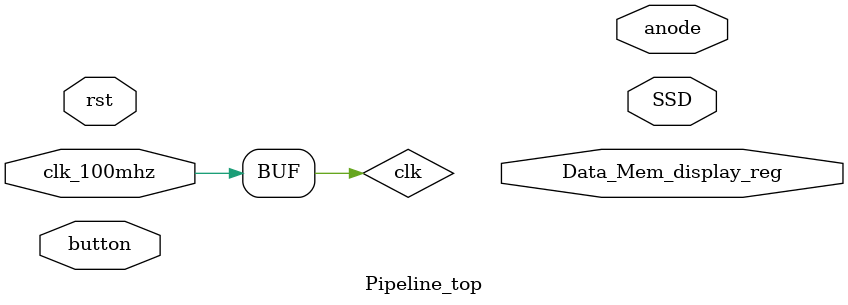
<source format=v>


//        http://www.apache.org/licenses/LICENSE-2.0

//    Unless required by applicable law or agreed to in writing, software
//    distributed under the License is distributed on an "AS IS" BASIS,
//    WITHOUT WARRANTIES OR CONDITIONS OF ANY KIND, either express or implied.
//    See the License for the specific language governing permissions and
//    limitations under the License.

`include "Fetch_Cycle.v"
`include "Decode_Cycle.v"
`include "Execute_Cycle.v"
`include "Memory_Cycle.v"
`include "Writeback_Cycle.v"    
`include "Slow_Clock.v"

`include "Hazard_unit.v"


module Pipeline_top(button,clk_100mhz, rst, Data_Mem_display_reg, anode, SSD);

    // Declaration of I/O
    input button;
    input clk_100mhz, rst;
    output  /*[31:0]*/ /*reg*/ Data_Mem_display_reg;
    output [7:0] anode;
    output [7:0] SSD;

//--------------------------------------------------------    
    
//    wire clk
//    wire clk_debounce;   
    
//   ------------------------------------------------------------

    // Declaration of Interim Wires
    wire PCSrcE, RegWriteW, RegWriteE, ALUSrcE, MemWriteE, ResultSrcE, BranchE, RegWriteM, MemWriteM, ResultSrcM, ResultSrcW;
    wire [5:0] ALUControlE;
    wire [4:0] RD_E, RD_M, RDW;
    wire [31:0] PCTargetE, InstrD, PCD, PCPlus4D, ResultW, RD1_E, RD2_E, Imm_Ext_E, PCE, PCPlus4E, PCPlus4M, WriteDataM, ALU_ResultM;
    wire [31:0] PCPlus4W, ALU_ResultW, ReadDataW;
    wire [4:0] RS1_E, RS2_E, RS1_D, RS2_D;
    wire [3:0]MACControlE ;
    wire [3:0]MACControlM ;
    wire [1:0] MACDME ;
    wire [1:0] MACDMM ;
    wire [1:0] ForwardBE, ForwardAE;
    wire StallF, StallD, FlushE, FlushD;
    
    wire clk, clk_1msec;
    wire [31:0]temp;

// debouncer_clock debouncer_clock (
//        .i_Clk(clk_100mhz),
//        .i_Switch(button),
//        .o_Switch(clk)
// );
    
//    Clock_slowed clk_slow_inst(
//        .clk_100mhz(clk_100mhz), 
//        .rst(rst),
//        //.clk_1sec(clk),
//        .clk_1msec(clk_1msec)
//    );
    
//    Multplex_Reg_Disp displaying_ALU(
//        .clk(clk_100mhz), 
//        .rst(rst),
//        .inp_reg(ALU_ResultM),
//        .Anode(anode),
//        .SSD_out(SSD)
//    );

//    assign   Data_Mem_display_reg   =  (clk == 1 | rst == 0)? 1'b1:1'b0;
        
    // Module Initiation
    // Fetch Stage
    assign clk = clk_100mhz;
    fetch_cycle Fetch (
                        .clk(clk), 
                        .rst(rst),
                        .CLR(FlushD), 
                        .EN(~StallF),
                        .PCSrcE(PCSrcE), 
                        .PCTargetE(PCTargetE), 

                        .InstrD(InstrD), 
                        .PCD(PCD), 
                        .PCPlus4D(PCPlus4D),
                        .temp(temp)
                    );

    // Decode Stage
    decode_cycle Decode (
                        .clk(clk), 
                        .rst(rst), 
                        .EN(~StallD),
                        .CLR(FlushE),
                        
                        .InstrD(InstrD), 
                        .PCD(PCD), 
                        .PCPlus4D(PCPlus4D), 
                        .RegWriteW(RegWriteW), 
                        .RDW(RDW), 
                        .ResultW(ResultW), 
                        
                        
                        .RegWriteE(RegWriteE), 
                        .ALUSrcE(ALUSrcE), 
                        .MemWriteE(MemWriteE), 
                        .ResultSrcE(ResultSrcE),
                        .BranchE(BranchE),  
                        .ALUControlE(ALUControlE), 
                        .RD1_E(RD1_E), 
                        .RD2_E(RD2_E),
                        .Imm_Ext_E(Imm_Ext_E), 
                        .RD_E(RD_E), 
                        .PCE(PCE), 
                        .PCPlus4E(PCPlus4E),
                        .RS1_D(RS1_D),
                        .RS2_D(RS2_D),
                        .RS1_E(RS1_E),
                        .RS2_E(RS2_E),
                        
                        .MACControl_E(MACControlE),
                        .MACDM_E(MACDME)
                    );

    // Execute Stage
    execute_cycle Execute (
                        .clk(clk), 
                        .rst(rst), 
                        .CLR(/*FlushE*/1'b0),
                        .RegWriteE(RegWriteE), 
                        .ALUSrcE(ALUSrcE), 
                        .MemWriteE(MemWriteE), 
                        .ResultSrcE(ResultSrcE), 
                        .BranchE(BranchE), 
                        .ALUControlE(ALUControlE), 
                        .RD1_E(RD1_E), 
                        .RD2_E(RD2_E), 
                        .Imm_Ext_E(Imm_Ext_E), 
                        .RD_E(RD_E), 
                        .PCE(PCE), 
                        .PCPlus4E(PCPlus4E), 
                        .PCSrcE(PCSrcE), 
                        .PCTargetE(PCTargetE), 
                        .RegWriteM(RegWriteM), 
                        .MemWriteM(MemWriteM), 
                        .ResultSrcM(ResultSrcM),
                        
                        .MACControl_E(MACControlE),
                        .MACDM_E(MACDME),
                        
                        //outputs 
                        .RD_M(RD_M), 
                        .PCPlus4M(PCPlus4M), 
                        .WriteDataM(WriteDataM), 
                        .ALU_ResultM(ALU_ResultM),
                        .ResultW(ResultW),
                        .ForwardA_E(ForwardAE),
                        .ForwardB_E(ForwardBE),
                        
                        .MACControl_M(MACControlM),
                        .MACDM_M(MACDMM)                        
                    );

    // Memory Stage
    memory_cycle Memory (
                        .clk(clk), 
                        .rst(rst), 
                        .RegWriteM(RegWriteM), 
                        .MemWriteM(MemWriteM), 
                        .ResultSrcM(ResultSrcM), 
                        .RD_M(RD_M), 
                        .PCPlus4M(PCPlus4M), 
                        .WriteDataM(WriteDataM), 
                        .ALU_ResultM(ALU_ResultM), 
                        
                        .MACControl_M(MACControlM),
                        .MACDM_M(MACDMM),   
                        
                        //outputs
                        .RegWriteW(RegWriteW), 
                        .ResultSrcW(ResultSrcW), 
                        .RD_W(RDW), 
                        .PCPlus4W(PCPlus4W), 
                        .ALU_ResultW(ALU_ResultW), 
                        .ReadDataW(ReadDataW)
                    );

    // Write Back Stage
    writeback_cycle WriteBack (
                        .clk(clk), 
                        .rst(rst), 
                        .ResultSrcW(ResultSrcW), 
                        .PCPlus4W(PCPlus4W), 
                        .ALU_ResultW(ALU_ResultW), 
                        .ReadDataW(ReadDataW), 
                        .ResultW(ResultW)
                    );

    // Hazard Unit
    hazard_unit hazard_unit(
                        .rst(rst), 
                        .clk(clk),
                        .RegWriteE(RegWriteE),
                        .RegWriteM(RegWriteM), 
                        .RegWriteW(RegWriteW), 
                        .RdE(RD_E),
                        .RD_M(RD_M), 
                        .RD_W(RDW), 
                        .RS1_D(RS1_D),
                        .RS2_D(RS2_D),
                        .Rs1_E(RS1_E), 
                        .Rs2_E(RS2_E),
                        .ResultSrcE(ResultSrcE),
                        .ResultSrcM(ResultSrcM),
                        .PCSrcE(PCSrcE),
                        .BranchE(BranchE),
                         
                        .ForwardAE(ForwardAE), 
                        .ForwardBE(ForwardBE),
                        .StallF(StallF),
                        .StallD(StallD),
                        .FlushD(FlushD),
                        .FlushE(FlushE)

                        );
              
endmodule














</source>
